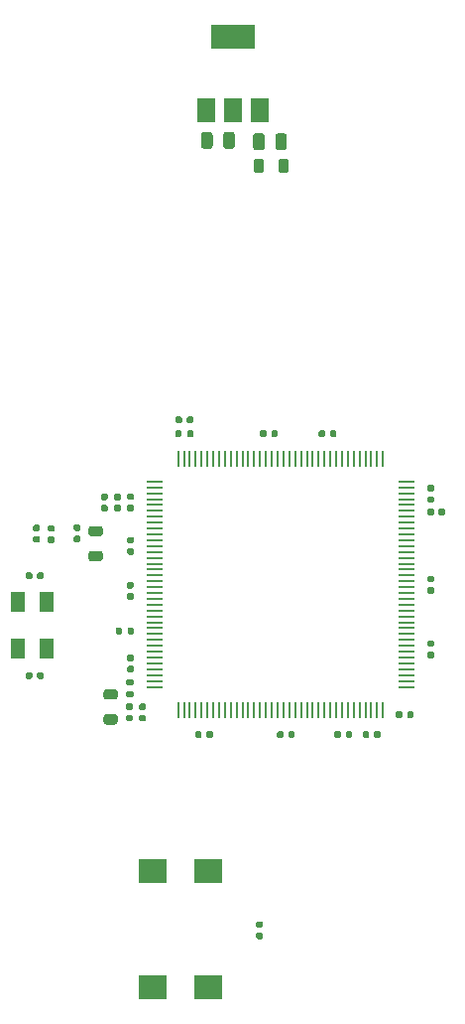
<source format=gbr>
%TF.GenerationSoftware,KiCad,Pcbnew,(5.1.10)-1*%
%TF.CreationDate,2021-11-07T19:26:15-08:00*%
%TF.ProjectId,stm32_pcb,73746d33-325f-4706-9362-2e6b69636164,rev?*%
%TF.SameCoordinates,Original*%
%TF.FileFunction,Paste,Top*%
%TF.FilePolarity,Positive*%
%FSLAX46Y46*%
G04 Gerber Fmt 4.6, Leading zero omitted, Abs format (unit mm)*
G04 Created by KiCad (PCBNEW (5.1.10)-1) date 2021-11-07 19:26:15*
%MOMM*%
%LPD*%
G01*
G04 APERTURE LIST*
%ADD10R,2.362200X2.108200*%
%ADD11R,1.200000X1.800000*%
%ADD12R,1.500000X2.000000*%
%ADD13R,3.800000X2.000000*%
%ADD14R,0.228600X1.473200*%
%ADD15R,1.473200X0.228600*%
G04 APERTURE END LIST*
%TO.C,R1*%
G36*
G01*
X150400000Y-96535000D02*
X150400000Y-96905000D01*
G75*
G02*
X150265000Y-97040000I-135000J0D01*
G01*
X149995000Y-97040000D01*
G75*
G02*
X149860000Y-96905000I0J135000D01*
G01*
X149860000Y-96535000D01*
G75*
G02*
X149995000Y-96400000I135000J0D01*
G01*
X150265000Y-96400000D01*
G75*
G02*
X150400000Y-96535000I0J-135000D01*
G01*
G37*
G36*
G01*
X151420000Y-96535000D02*
X151420000Y-96905000D01*
G75*
G02*
X151285000Y-97040000I-135000J0D01*
G01*
X151015000Y-97040000D01*
G75*
G02*
X150880000Y-96905000I0J135000D01*
G01*
X150880000Y-96535000D01*
G75*
G02*
X151015000Y-96400000I135000J0D01*
G01*
X151285000Y-96400000D01*
G75*
G02*
X151420000Y-96535000I0J-135000D01*
G01*
G37*
%TD*%
D10*
%TO.C,SW2*%
X153000000Y-117190000D03*
X157750004Y-117190000D03*
X157750004Y-127090000D03*
X153000000Y-127090000D03*
%TD*%
D11*
%TO.C,Y1*%
X143928000Y-94250000D03*
X143928000Y-98250000D03*
X141528000Y-98250000D03*
X141528000Y-94250000D03*
%TD*%
%TO.C,C28*%
G36*
G01*
X144520000Y-88270000D02*
X144180000Y-88270000D01*
G75*
G02*
X144040000Y-88130000I0J140000D01*
G01*
X144040000Y-87850000D01*
G75*
G02*
X144180000Y-87710000I140000J0D01*
G01*
X144520000Y-87710000D01*
G75*
G02*
X144660000Y-87850000I0J-140000D01*
G01*
X144660000Y-88130000D01*
G75*
G02*
X144520000Y-88270000I-140000J0D01*
G01*
G37*
G36*
G01*
X144520000Y-89230000D02*
X144180000Y-89230000D01*
G75*
G02*
X144040000Y-89090000I0J140000D01*
G01*
X144040000Y-88810000D01*
G75*
G02*
X144180000Y-88670000I140000J0D01*
G01*
X144520000Y-88670000D01*
G75*
G02*
X144660000Y-88810000I0J-140000D01*
G01*
X144660000Y-89090000D01*
G75*
G02*
X144520000Y-89230000I-140000J0D01*
G01*
G37*
%TD*%
D12*
%TO.C,U2*%
X157570000Y-52330000D03*
X162170000Y-52330000D03*
X159870000Y-52330000D03*
D13*
X159870000Y-46030000D03*
%TD*%
D14*
%TO.C,U1*%
X155190000Y-82011200D03*
X155689999Y-82011200D03*
X156190000Y-82011200D03*
X156689999Y-82011200D03*
X157190001Y-82011200D03*
X157690000Y-82011200D03*
X158189999Y-82011200D03*
X158690000Y-82011200D03*
X159189999Y-82011200D03*
X159690001Y-82011200D03*
X160190000Y-82011200D03*
X160689999Y-82011200D03*
X161190000Y-82011200D03*
X161689999Y-82011200D03*
X162190001Y-82011200D03*
X162690000Y-82011200D03*
X163189999Y-82011200D03*
X163690000Y-82011200D03*
X164190000Y-82011200D03*
X164690001Y-82011200D03*
X165190000Y-82011200D03*
X165689999Y-82011200D03*
X166190001Y-82011200D03*
X166690000Y-82011200D03*
X167190001Y-82011200D03*
X167690000Y-82011200D03*
X168189999Y-82011200D03*
X168690001Y-82011200D03*
X169190000Y-82011200D03*
X169690001Y-82011200D03*
X170190000Y-82011200D03*
X170689999Y-82011200D03*
X171190001Y-82011200D03*
X171690000Y-82011200D03*
X172190001Y-82011200D03*
X172690000Y-82011200D03*
D15*
X174658800Y-83980000D03*
X174658800Y-84479999D03*
X174658800Y-84980000D03*
X174658800Y-85479999D03*
X174658800Y-85980001D03*
X174658800Y-86480000D03*
X174658800Y-86979999D03*
X174658800Y-87480000D03*
X174658800Y-87979999D03*
X174658800Y-88480001D03*
X174658800Y-88980000D03*
X174658800Y-89479999D03*
X174658800Y-89980000D03*
X174658800Y-90479999D03*
X174658800Y-90980001D03*
X174658800Y-91480000D03*
X174658800Y-91979999D03*
X174658800Y-92480000D03*
X174658800Y-92980000D03*
X174658800Y-93480001D03*
X174658800Y-93980000D03*
X174658800Y-94479999D03*
X174658800Y-94980001D03*
X174658800Y-95480000D03*
X174658800Y-95980001D03*
X174658800Y-96480000D03*
X174658800Y-96979999D03*
X174658800Y-97480001D03*
X174658800Y-97980000D03*
X174658800Y-98480001D03*
X174658800Y-98980000D03*
X174658800Y-99479999D03*
X174658800Y-99980001D03*
X174658800Y-100480000D03*
X174658800Y-100980001D03*
X174658800Y-101480000D03*
D14*
X172690000Y-103448800D03*
X172190001Y-103448800D03*
X171690000Y-103448800D03*
X171190001Y-103448800D03*
X170689999Y-103448800D03*
X170190000Y-103448800D03*
X169690001Y-103448800D03*
X169190000Y-103448800D03*
X168690001Y-103448800D03*
X168189999Y-103448800D03*
X167690000Y-103448800D03*
X167190001Y-103448800D03*
X166690000Y-103448800D03*
X166190001Y-103448800D03*
X165689999Y-103448800D03*
X165190000Y-103448800D03*
X164690001Y-103448800D03*
X164190000Y-103448800D03*
X163690000Y-103448800D03*
X163189999Y-103448800D03*
X162690000Y-103448800D03*
X162190001Y-103448800D03*
X161689999Y-103448800D03*
X161190000Y-103448800D03*
X160689999Y-103448800D03*
X160190000Y-103448800D03*
X159690001Y-103448800D03*
X159189999Y-103448800D03*
X158690000Y-103448800D03*
X158189999Y-103448800D03*
X157690000Y-103448800D03*
X157190001Y-103448800D03*
X156689999Y-103448800D03*
X156190000Y-103448800D03*
X155689999Y-103448800D03*
X155190000Y-103448800D03*
D15*
X153221200Y-101480000D03*
X153221200Y-100979999D03*
X153221200Y-100480000D03*
X153221200Y-99980001D03*
X153221200Y-99479999D03*
X153221200Y-98980000D03*
X153221200Y-98479999D03*
X153221200Y-97980000D03*
X153221200Y-97480001D03*
X153221200Y-96979999D03*
X153221200Y-96480000D03*
X153221200Y-95979999D03*
X153221200Y-95480000D03*
X153221200Y-94980001D03*
X153221200Y-94479999D03*
X153221200Y-93980000D03*
X153221200Y-93479998D03*
X153221200Y-92980000D03*
X153221200Y-92480000D03*
X153221200Y-91979999D03*
X153221200Y-91480000D03*
X153221200Y-90980001D03*
X153221200Y-90479999D03*
X153221200Y-89980000D03*
X153221200Y-89479999D03*
X153221200Y-88980000D03*
X153221200Y-88480001D03*
X153221200Y-87979999D03*
X153221200Y-87480000D03*
X153221200Y-86979999D03*
X153221200Y-86480000D03*
X153221200Y-85980001D03*
X153221200Y-85479999D03*
X153221200Y-84980000D03*
X153221200Y-84479999D03*
X153221200Y-83980000D03*
%TD*%
%TO.C,R3*%
G36*
G01*
X150895000Y-101840000D02*
X151265000Y-101840000D01*
G75*
G02*
X151400000Y-101975000I0J-135000D01*
G01*
X151400000Y-102245000D01*
G75*
G02*
X151265000Y-102380000I-135000J0D01*
G01*
X150895000Y-102380000D01*
G75*
G02*
X150760000Y-102245000I0J135000D01*
G01*
X150760000Y-101975000D01*
G75*
G02*
X150895000Y-101840000I135000J0D01*
G01*
G37*
G36*
G01*
X150895000Y-100820000D02*
X151265000Y-100820000D01*
G75*
G02*
X151400000Y-100955000I0J-135000D01*
G01*
X151400000Y-101225000D01*
G75*
G02*
X151265000Y-101360000I-135000J0D01*
G01*
X150895000Y-101360000D01*
G75*
G02*
X150760000Y-101225000I0J135000D01*
G01*
X150760000Y-100955000D01*
G75*
G02*
X150895000Y-100820000I135000J0D01*
G01*
G37*
%TD*%
%TO.C,R2*%
G36*
G01*
X155490000Y-79715000D02*
X155490000Y-80085000D01*
G75*
G02*
X155355000Y-80220000I-135000J0D01*
G01*
X155085000Y-80220000D01*
G75*
G02*
X154950000Y-80085000I0J135000D01*
G01*
X154950000Y-79715000D01*
G75*
G02*
X155085000Y-79580000I135000J0D01*
G01*
X155355000Y-79580000D01*
G75*
G02*
X155490000Y-79715000I0J-135000D01*
G01*
G37*
G36*
G01*
X156510000Y-79715000D02*
X156510000Y-80085000D01*
G75*
G02*
X156375000Y-80220000I-135000J0D01*
G01*
X156105000Y-80220000D01*
G75*
G02*
X155970000Y-80085000I0J135000D01*
G01*
X155970000Y-79715000D01*
G75*
G02*
X156105000Y-79580000I135000J0D01*
G01*
X156375000Y-79580000D01*
G75*
G02*
X156510000Y-79715000I0J-135000D01*
G01*
G37*
%TD*%
%TO.C,L1*%
G36*
G01*
X148531250Y-88652500D02*
X147768750Y-88652500D01*
G75*
G02*
X147550000Y-88433750I0J218750D01*
G01*
X147550000Y-87996250D01*
G75*
G02*
X147768750Y-87777500I218750J0D01*
G01*
X148531250Y-87777500D01*
G75*
G02*
X148750000Y-87996250I0J-218750D01*
G01*
X148750000Y-88433750D01*
G75*
G02*
X148531250Y-88652500I-218750J0D01*
G01*
G37*
G36*
G01*
X148531250Y-90777500D02*
X147768750Y-90777500D01*
G75*
G02*
X147550000Y-90558750I0J218750D01*
G01*
X147550000Y-90121250D01*
G75*
G02*
X147768750Y-89902500I218750J0D01*
G01*
X148531250Y-89902500D01*
G75*
G02*
X148750000Y-90121250I0J-218750D01*
G01*
X148750000Y-90558750D01*
G75*
G02*
X148531250Y-90777500I-218750J0D01*
G01*
G37*
%TD*%
%TO.C,FB2*%
G36*
G01*
X163762500Y-57441250D02*
X163762500Y-56678750D01*
G75*
G02*
X163981250Y-56460000I218750J0D01*
G01*
X164418750Y-56460000D01*
G75*
G02*
X164637500Y-56678750I0J-218750D01*
G01*
X164637500Y-57441250D01*
G75*
G02*
X164418750Y-57660000I-218750J0D01*
G01*
X163981250Y-57660000D01*
G75*
G02*
X163762500Y-57441250I0J218750D01*
G01*
G37*
G36*
G01*
X161637500Y-57441250D02*
X161637500Y-56678750D01*
G75*
G02*
X161856250Y-56460000I218750J0D01*
G01*
X162293750Y-56460000D01*
G75*
G02*
X162512500Y-56678750I0J-218750D01*
G01*
X162512500Y-57441250D01*
G75*
G02*
X162293750Y-57660000I-218750J0D01*
G01*
X161856250Y-57660000D01*
G75*
G02*
X161637500Y-57441250I0J218750D01*
G01*
G37*
%TD*%
%TO.C,FB1*%
G36*
G01*
X149048750Y-103825000D02*
X149811250Y-103825000D01*
G75*
G02*
X150030000Y-104043750I0J-218750D01*
G01*
X150030000Y-104481250D01*
G75*
G02*
X149811250Y-104700000I-218750J0D01*
G01*
X149048750Y-104700000D01*
G75*
G02*
X148830000Y-104481250I0J218750D01*
G01*
X148830000Y-104043750D01*
G75*
G02*
X149048750Y-103825000I218750J0D01*
G01*
G37*
G36*
G01*
X149048750Y-101700000D02*
X149811250Y-101700000D01*
G75*
G02*
X150030000Y-101918750I0J-218750D01*
G01*
X150030000Y-102356250D01*
G75*
G02*
X149811250Y-102575000I-218750J0D01*
G01*
X149048750Y-102575000D01*
G75*
G02*
X148830000Y-102356250I0J218750D01*
G01*
X148830000Y-101918750D01*
G75*
G02*
X149048750Y-101700000I218750J0D01*
G01*
G37*
%TD*%
%TO.C,C27*%
G36*
G01*
X146400000Y-88600000D02*
X146740000Y-88600000D01*
G75*
G02*
X146880000Y-88740000I0J-140000D01*
G01*
X146880000Y-89020000D01*
G75*
G02*
X146740000Y-89160000I-140000J0D01*
G01*
X146400000Y-89160000D01*
G75*
G02*
X146260000Y-89020000I0J140000D01*
G01*
X146260000Y-88740000D01*
G75*
G02*
X146400000Y-88600000I140000J0D01*
G01*
G37*
G36*
G01*
X146400000Y-87640000D02*
X146740000Y-87640000D01*
G75*
G02*
X146880000Y-87780000I0J-140000D01*
G01*
X146880000Y-88060000D01*
G75*
G02*
X146740000Y-88200000I-140000J0D01*
G01*
X146400000Y-88200000D01*
G75*
G02*
X146260000Y-88060000I0J140000D01*
G01*
X146260000Y-87780000D01*
G75*
G02*
X146400000Y-87640000I140000J0D01*
G01*
G37*
%TD*%
%TO.C,C26*%
G36*
G01*
X177430000Y-86750000D02*
X177430000Y-86410000D01*
G75*
G02*
X177570000Y-86270000I140000J0D01*
G01*
X177850000Y-86270000D01*
G75*
G02*
X177990000Y-86410000I0J-140000D01*
G01*
X177990000Y-86750000D01*
G75*
G02*
X177850000Y-86890000I-140000J0D01*
G01*
X177570000Y-86890000D01*
G75*
G02*
X177430000Y-86750000I0J140000D01*
G01*
G37*
G36*
G01*
X176470000Y-86750000D02*
X176470000Y-86410000D01*
G75*
G02*
X176610000Y-86270000I140000J0D01*
G01*
X176890000Y-86270000D01*
G75*
G02*
X177030000Y-86410000I0J-140000D01*
G01*
X177030000Y-86750000D01*
G75*
G02*
X176890000Y-86890000I-140000J0D01*
G01*
X176610000Y-86890000D01*
G75*
G02*
X176470000Y-86750000I0J140000D01*
G01*
G37*
%TD*%
%TO.C,C25*%
G36*
G01*
X150180000Y-85570000D02*
X149840000Y-85570000D01*
G75*
G02*
X149700000Y-85430000I0J140000D01*
G01*
X149700000Y-85150000D01*
G75*
G02*
X149840000Y-85010000I140000J0D01*
G01*
X150180000Y-85010000D01*
G75*
G02*
X150320000Y-85150000I0J-140000D01*
G01*
X150320000Y-85430000D01*
G75*
G02*
X150180000Y-85570000I-140000J0D01*
G01*
G37*
G36*
G01*
X150180000Y-86530000D02*
X149840000Y-86530000D01*
G75*
G02*
X149700000Y-86390000I0J140000D01*
G01*
X149700000Y-86110000D01*
G75*
G02*
X149840000Y-85970000I140000J0D01*
G01*
X150180000Y-85970000D01*
G75*
G02*
X150320000Y-86110000I0J-140000D01*
G01*
X150320000Y-86390000D01*
G75*
G02*
X150180000Y-86530000I-140000J0D01*
G01*
G37*
%TD*%
%TO.C,C24*%
G36*
G01*
X143270000Y-88230000D02*
X142930000Y-88230000D01*
G75*
G02*
X142790000Y-88090000I0J140000D01*
G01*
X142790000Y-87810000D01*
G75*
G02*
X142930000Y-87670000I140000J0D01*
G01*
X143270000Y-87670000D01*
G75*
G02*
X143410000Y-87810000I0J-140000D01*
G01*
X143410000Y-88090000D01*
G75*
G02*
X143270000Y-88230000I-140000J0D01*
G01*
G37*
G36*
G01*
X143270000Y-89190000D02*
X142930000Y-89190000D01*
G75*
G02*
X142790000Y-89050000I0J140000D01*
G01*
X142790000Y-88770000D01*
G75*
G02*
X142930000Y-88630000I140000J0D01*
G01*
X143270000Y-88630000D01*
G75*
G02*
X143410000Y-88770000I0J-140000D01*
G01*
X143410000Y-89050000D01*
G75*
G02*
X143270000Y-89190000I-140000J0D01*
G01*
G37*
%TD*%
%TO.C,C23*%
G36*
G01*
X169100000Y-105370000D02*
X169100000Y-105710000D01*
G75*
G02*
X168960000Y-105850000I-140000J0D01*
G01*
X168680000Y-105850000D01*
G75*
G02*
X168540000Y-105710000I0J140000D01*
G01*
X168540000Y-105370000D01*
G75*
G02*
X168680000Y-105230000I140000J0D01*
G01*
X168960000Y-105230000D01*
G75*
G02*
X169100000Y-105370000I0J-140000D01*
G01*
G37*
G36*
G01*
X170060000Y-105370000D02*
X170060000Y-105710000D01*
G75*
G02*
X169920000Y-105850000I-140000J0D01*
G01*
X169640000Y-105850000D01*
G75*
G02*
X169500000Y-105710000I0J140000D01*
G01*
X169500000Y-105370000D01*
G75*
G02*
X169640000Y-105230000I140000J0D01*
G01*
X169920000Y-105230000D01*
G75*
G02*
X170060000Y-105370000I0J-140000D01*
G01*
G37*
%TD*%
%TO.C,C22*%
G36*
G01*
X158150000Y-54425000D02*
X158150000Y-55375000D01*
G75*
G02*
X157900000Y-55625000I-250000J0D01*
G01*
X157400000Y-55625000D01*
G75*
G02*
X157150000Y-55375000I0J250000D01*
G01*
X157150000Y-54425000D01*
G75*
G02*
X157400000Y-54175000I250000J0D01*
G01*
X157900000Y-54175000D01*
G75*
G02*
X158150000Y-54425000I0J-250000D01*
G01*
G37*
G36*
G01*
X160050000Y-54425000D02*
X160050000Y-55375000D01*
G75*
G02*
X159800000Y-55625000I-250000J0D01*
G01*
X159300000Y-55625000D01*
G75*
G02*
X159050000Y-55375000I0J250000D01*
G01*
X159050000Y-54425000D01*
G75*
G02*
X159300000Y-54175000I250000J0D01*
G01*
X159800000Y-54175000D01*
G75*
G02*
X160050000Y-54425000I0J-250000D01*
G01*
G37*
%TD*%
%TO.C,C21*%
G36*
G01*
X162590000Y-54535000D02*
X162590000Y-55485000D01*
G75*
G02*
X162340000Y-55735000I-250000J0D01*
G01*
X161840000Y-55735000D01*
G75*
G02*
X161590000Y-55485000I0J250000D01*
G01*
X161590000Y-54535000D01*
G75*
G02*
X161840000Y-54285000I250000J0D01*
G01*
X162340000Y-54285000D01*
G75*
G02*
X162590000Y-54535000I0J-250000D01*
G01*
G37*
G36*
G01*
X164490000Y-54535000D02*
X164490000Y-55485000D01*
G75*
G02*
X164240000Y-55735000I-250000J0D01*
G01*
X163740000Y-55735000D01*
G75*
G02*
X163490000Y-55485000I0J250000D01*
G01*
X163490000Y-54535000D01*
G75*
G02*
X163740000Y-54285000I250000J0D01*
G01*
X164240000Y-54285000D01*
G75*
G02*
X164490000Y-54535000I0J-250000D01*
G01*
G37*
%TD*%
%TO.C,C20*%
G36*
G01*
X174740000Y-104040000D02*
X174740000Y-103700000D01*
G75*
G02*
X174880000Y-103560000I140000J0D01*
G01*
X175160000Y-103560000D01*
G75*
G02*
X175300000Y-103700000I0J-140000D01*
G01*
X175300000Y-104040000D01*
G75*
G02*
X175160000Y-104180000I-140000J0D01*
G01*
X174880000Y-104180000D01*
G75*
G02*
X174740000Y-104040000I0J140000D01*
G01*
G37*
G36*
G01*
X173780000Y-104040000D02*
X173780000Y-103700000D01*
G75*
G02*
X173920000Y-103560000I140000J0D01*
G01*
X174200000Y-103560000D01*
G75*
G02*
X174340000Y-103700000I0J-140000D01*
G01*
X174340000Y-104040000D01*
G75*
G02*
X174200000Y-104180000I-140000J0D01*
G01*
X173920000Y-104180000D01*
G75*
G02*
X173780000Y-104040000I0J140000D01*
G01*
G37*
%TD*%
%TO.C,C19*%
G36*
G01*
X149060000Y-85570000D02*
X148720000Y-85570000D01*
G75*
G02*
X148580000Y-85430000I0J140000D01*
G01*
X148580000Y-85150000D01*
G75*
G02*
X148720000Y-85010000I140000J0D01*
G01*
X149060000Y-85010000D01*
G75*
G02*
X149200000Y-85150000I0J-140000D01*
G01*
X149200000Y-85430000D01*
G75*
G02*
X149060000Y-85570000I-140000J0D01*
G01*
G37*
G36*
G01*
X149060000Y-86530000D02*
X148720000Y-86530000D01*
G75*
G02*
X148580000Y-86390000I0J140000D01*
G01*
X148580000Y-86110000D01*
G75*
G02*
X148720000Y-85970000I140000J0D01*
G01*
X149060000Y-85970000D01*
G75*
G02*
X149200000Y-86110000I0J-140000D01*
G01*
X149200000Y-86390000D01*
G75*
G02*
X149060000Y-86530000I-140000J0D01*
G01*
G37*
%TD*%
%TO.C,C18*%
G36*
G01*
X155930000Y-78900000D02*
X155930000Y-78560000D01*
G75*
G02*
X156070000Y-78420000I140000J0D01*
G01*
X156350000Y-78420000D01*
G75*
G02*
X156490000Y-78560000I0J-140000D01*
G01*
X156490000Y-78900000D01*
G75*
G02*
X156350000Y-79040000I-140000J0D01*
G01*
X156070000Y-79040000D01*
G75*
G02*
X155930000Y-78900000I0J140000D01*
G01*
G37*
G36*
G01*
X154970000Y-78900000D02*
X154970000Y-78560000D01*
G75*
G02*
X155110000Y-78420000I140000J0D01*
G01*
X155390000Y-78420000D01*
G75*
G02*
X155530000Y-78560000I0J-140000D01*
G01*
X155530000Y-78900000D01*
G75*
G02*
X155390000Y-79040000I-140000J0D01*
G01*
X155110000Y-79040000D01*
G75*
G02*
X154970000Y-78900000I0J140000D01*
G01*
G37*
%TD*%
%TO.C,C17*%
G36*
G01*
X161970000Y-122430000D02*
X162310000Y-122430000D01*
G75*
G02*
X162450000Y-122570000I0J-140000D01*
G01*
X162450000Y-122850000D01*
G75*
G02*
X162310000Y-122990000I-140000J0D01*
G01*
X161970000Y-122990000D01*
G75*
G02*
X161830000Y-122850000I0J140000D01*
G01*
X161830000Y-122570000D01*
G75*
G02*
X161970000Y-122430000I140000J0D01*
G01*
G37*
G36*
G01*
X161970000Y-121470000D02*
X162310000Y-121470000D01*
G75*
G02*
X162450000Y-121610000I0J-140000D01*
G01*
X162450000Y-121890000D01*
G75*
G02*
X162310000Y-122030000I-140000J0D01*
G01*
X161970000Y-122030000D01*
G75*
G02*
X161830000Y-121890000I0J140000D01*
G01*
X161830000Y-121610000D01*
G75*
G02*
X161970000Y-121470000I140000J0D01*
G01*
G37*
%TD*%
%TO.C,C16*%
G36*
G01*
X163140000Y-80080000D02*
X163140000Y-79740000D01*
G75*
G02*
X163280000Y-79600000I140000J0D01*
G01*
X163560000Y-79600000D01*
G75*
G02*
X163700000Y-79740000I0J-140000D01*
G01*
X163700000Y-80080000D01*
G75*
G02*
X163560000Y-80220000I-140000J0D01*
G01*
X163280000Y-80220000D01*
G75*
G02*
X163140000Y-80080000I0J140000D01*
G01*
G37*
G36*
G01*
X162180000Y-80080000D02*
X162180000Y-79740000D01*
G75*
G02*
X162320000Y-79600000I140000J0D01*
G01*
X162600000Y-79600000D01*
G75*
G02*
X162740000Y-79740000I0J-140000D01*
G01*
X162740000Y-80080000D01*
G75*
G02*
X162600000Y-80220000I-140000J0D01*
G01*
X162320000Y-80220000D01*
G75*
G02*
X162180000Y-80080000I0J140000D01*
G01*
G37*
%TD*%
%TO.C,C15*%
G36*
G01*
X168160000Y-80070000D02*
X168160000Y-79730000D01*
G75*
G02*
X168300000Y-79590000I140000J0D01*
G01*
X168580000Y-79590000D01*
G75*
G02*
X168720000Y-79730000I0J-140000D01*
G01*
X168720000Y-80070000D01*
G75*
G02*
X168580000Y-80210000I-140000J0D01*
G01*
X168300000Y-80210000D01*
G75*
G02*
X168160000Y-80070000I0J140000D01*
G01*
G37*
G36*
G01*
X167200000Y-80070000D02*
X167200000Y-79730000D01*
G75*
G02*
X167340000Y-79590000I140000J0D01*
G01*
X167620000Y-79590000D01*
G75*
G02*
X167760000Y-79730000I0J-140000D01*
G01*
X167760000Y-80070000D01*
G75*
G02*
X167620000Y-80210000I-140000J0D01*
G01*
X167340000Y-80210000D01*
G75*
G02*
X167200000Y-80070000I0J140000D01*
G01*
G37*
%TD*%
%TO.C,C14*%
G36*
G01*
X176600000Y-85250000D02*
X176940000Y-85250000D01*
G75*
G02*
X177080000Y-85390000I0J-140000D01*
G01*
X177080000Y-85670000D01*
G75*
G02*
X176940000Y-85810000I-140000J0D01*
G01*
X176600000Y-85810000D01*
G75*
G02*
X176460000Y-85670000I0J140000D01*
G01*
X176460000Y-85390000D01*
G75*
G02*
X176600000Y-85250000I140000J0D01*
G01*
G37*
G36*
G01*
X176600000Y-84290000D02*
X176940000Y-84290000D01*
G75*
G02*
X177080000Y-84430000I0J-140000D01*
G01*
X177080000Y-84710000D01*
G75*
G02*
X176940000Y-84850000I-140000J0D01*
G01*
X176600000Y-84850000D01*
G75*
G02*
X176460000Y-84710000I0J140000D01*
G01*
X176460000Y-84430000D01*
G75*
G02*
X176600000Y-84290000I140000J0D01*
G01*
G37*
%TD*%
%TO.C,C13*%
G36*
G01*
X176600000Y-92960000D02*
X176940000Y-92960000D01*
G75*
G02*
X177080000Y-93100000I0J-140000D01*
G01*
X177080000Y-93380000D01*
G75*
G02*
X176940000Y-93520000I-140000J0D01*
G01*
X176600000Y-93520000D01*
G75*
G02*
X176460000Y-93380000I0J140000D01*
G01*
X176460000Y-93100000D01*
G75*
G02*
X176600000Y-92960000I140000J0D01*
G01*
G37*
G36*
G01*
X176600000Y-92000000D02*
X176940000Y-92000000D01*
G75*
G02*
X177080000Y-92140000I0J-140000D01*
G01*
X177080000Y-92420000D01*
G75*
G02*
X176940000Y-92560000I-140000J0D01*
G01*
X176600000Y-92560000D01*
G75*
G02*
X176460000Y-92420000I0J140000D01*
G01*
X176460000Y-92140000D01*
G75*
G02*
X176600000Y-92000000I140000J0D01*
G01*
G37*
%TD*%
%TO.C,C12*%
G36*
G01*
X176940000Y-98070000D02*
X176600000Y-98070000D01*
G75*
G02*
X176460000Y-97930000I0J140000D01*
G01*
X176460000Y-97650000D01*
G75*
G02*
X176600000Y-97510000I140000J0D01*
G01*
X176940000Y-97510000D01*
G75*
G02*
X177080000Y-97650000I0J-140000D01*
G01*
X177080000Y-97930000D01*
G75*
G02*
X176940000Y-98070000I-140000J0D01*
G01*
G37*
G36*
G01*
X176940000Y-99030000D02*
X176600000Y-99030000D01*
G75*
G02*
X176460000Y-98890000I0J140000D01*
G01*
X176460000Y-98610000D01*
G75*
G02*
X176600000Y-98470000I140000J0D01*
G01*
X176940000Y-98470000D01*
G75*
G02*
X177080000Y-98610000I0J-140000D01*
G01*
X177080000Y-98890000D01*
G75*
G02*
X176940000Y-99030000I-140000J0D01*
G01*
G37*
%TD*%
%TO.C,C11*%
G36*
G01*
X171510000Y-105390000D02*
X171510000Y-105730000D01*
G75*
G02*
X171370000Y-105870000I-140000J0D01*
G01*
X171090000Y-105870000D01*
G75*
G02*
X170950000Y-105730000I0J140000D01*
G01*
X170950000Y-105390000D01*
G75*
G02*
X171090000Y-105250000I140000J0D01*
G01*
X171370000Y-105250000D01*
G75*
G02*
X171510000Y-105390000I0J-140000D01*
G01*
G37*
G36*
G01*
X172470000Y-105390000D02*
X172470000Y-105730000D01*
G75*
G02*
X172330000Y-105870000I-140000J0D01*
G01*
X172050000Y-105870000D01*
G75*
G02*
X171910000Y-105730000I0J140000D01*
G01*
X171910000Y-105390000D01*
G75*
G02*
X172050000Y-105250000I140000J0D01*
G01*
X172330000Y-105250000D01*
G75*
G02*
X172470000Y-105390000I0J-140000D01*
G01*
G37*
%TD*%
%TO.C,C10*%
G36*
G01*
X150860000Y-103870000D02*
X151200000Y-103870000D01*
G75*
G02*
X151340000Y-104010000I0J-140000D01*
G01*
X151340000Y-104290000D01*
G75*
G02*
X151200000Y-104430000I-140000J0D01*
G01*
X150860000Y-104430000D01*
G75*
G02*
X150720000Y-104290000I0J140000D01*
G01*
X150720000Y-104010000D01*
G75*
G02*
X150860000Y-103870000I140000J0D01*
G01*
G37*
G36*
G01*
X150860000Y-102910000D02*
X151200000Y-102910000D01*
G75*
G02*
X151340000Y-103050000I0J-140000D01*
G01*
X151340000Y-103330000D01*
G75*
G02*
X151200000Y-103470000I-140000J0D01*
G01*
X150860000Y-103470000D01*
G75*
G02*
X150720000Y-103330000I0J140000D01*
G01*
X150720000Y-103050000D01*
G75*
G02*
X150860000Y-102910000I140000J0D01*
G01*
G37*
%TD*%
%TO.C,C9*%
G36*
G01*
X164200000Y-105380000D02*
X164200000Y-105720000D01*
G75*
G02*
X164060000Y-105860000I-140000J0D01*
G01*
X163780000Y-105860000D01*
G75*
G02*
X163640000Y-105720000I0J140000D01*
G01*
X163640000Y-105380000D01*
G75*
G02*
X163780000Y-105240000I140000J0D01*
G01*
X164060000Y-105240000D01*
G75*
G02*
X164200000Y-105380000I0J-140000D01*
G01*
G37*
G36*
G01*
X165160000Y-105380000D02*
X165160000Y-105720000D01*
G75*
G02*
X165020000Y-105860000I-140000J0D01*
G01*
X164740000Y-105860000D01*
G75*
G02*
X164600000Y-105720000I0J140000D01*
G01*
X164600000Y-105380000D01*
G75*
G02*
X164740000Y-105240000I140000J0D01*
G01*
X165020000Y-105240000D01*
G75*
G02*
X165160000Y-105380000I0J-140000D01*
G01*
G37*
%TD*%
%TO.C,C8*%
G36*
G01*
X151980000Y-103870000D02*
X152320000Y-103870000D01*
G75*
G02*
X152460000Y-104010000I0J-140000D01*
G01*
X152460000Y-104290000D01*
G75*
G02*
X152320000Y-104430000I-140000J0D01*
G01*
X151980000Y-104430000D01*
G75*
G02*
X151840000Y-104290000I0J140000D01*
G01*
X151840000Y-104010000D01*
G75*
G02*
X151980000Y-103870000I140000J0D01*
G01*
G37*
G36*
G01*
X151980000Y-102910000D02*
X152320000Y-102910000D01*
G75*
G02*
X152460000Y-103050000I0J-140000D01*
G01*
X152460000Y-103330000D01*
G75*
G02*
X152320000Y-103470000I-140000J0D01*
G01*
X151980000Y-103470000D01*
G75*
G02*
X151840000Y-103330000I0J140000D01*
G01*
X151840000Y-103050000D01*
G75*
G02*
X151980000Y-102910000I140000J0D01*
G01*
G37*
%TD*%
%TO.C,C7*%
G36*
G01*
X157210000Y-105390000D02*
X157210000Y-105730000D01*
G75*
G02*
X157070000Y-105870000I-140000J0D01*
G01*
X156790000Y-105870000D01*
G75*
G02*
X156650000Y-105730000I0J140000D01*
G01*
X156650000Y-105390000D01*
G75*
G02*
X156790000Y-105250000I140000J0D01*
G01*
X157070000Y-105250000D01*
G75*
G02*
X157210000Y-105390000I0J-140000D01*
G01*
G37*
G36*
G01*
X158170000Y-105390000D02*
X158170000Y-105730000D01*
G75*
G02*
X158030000Y-105870000I-140000J0D01*
G01*
X157750000Y-105870000D01*
G75*
G02*
X157610000Y-105730000I0J140000D01*
G01*
X157610000Y-105390000D01*
G75*
G02*
X157750000Y-105250000I140000J0D01*
G01*
X158030000Y-105250000D01*
G75*
G02*
X158170000Y-105390000I0J-140000D01*
G01*
G37*
%TD*%
%TO.C,C6*%
G36*
G01*
X150960000Y-99690000D02*
X151300000Y-99690000D01*
G75*
G02*
X151440000Y-99830000I0J-140000D01*
G01*
X151440000Y-100110000D01*
G75*
G02*
X151300000Y-100250000I-140000J0D01*
G01*
X150960000Y-100250000D01*
G75*
G02*
X150820000Y-100110000I0J140000D01*
G01*
X150820000Y-99830000D01*
G75*
G02*
X150960000Y-99690000I140000J0D01*
G01*
G37*
G36*
G01*
X150960000Y-98730000D02*
X151300000Y-98730000D01*
G75*
G02*
X151440000Y-98870000I0J-140000D01*
G01*
X151440000Y-99150000D01*
G75*
G02*
X151300000Y-99290000I-140000J0D01*
G01*
X150960000Y-99290000D01*
G75*
G02*
X150820000Y-99150000I0J140000D01*
G01*
X150820000Y-98870000D01*
G75*
G02*
X150960000Y-98730000I140000J0D01*
G01*
G37*
%TD*%
%TO.C,C5*%
G36*
G01*
X151280000Y-93100000D02*
X150940000Y-93100000D01*
G75*
G02*
X150800000Y-92960000I0J140000D01*
G01*
X150800000Y-92680000D01*
G75*
G02*
X150940000Y-92540000I140000J0D01*
G01*
X151280000Y-92540000D01*
G75*
G02*
X151420000Y-92680000I0J-140000D01*
G01*
X151420000Y-92960000D01*
G75*
G02*
X151280000Y-93100000I-140000J0D01*
G01*
G37*
G36*
G01*
X151280000Y-94060000D02*
X150940000Y-94060000D01*
G75*
G02*
X150800000Y-93920000I0J140000D01*
G01*
X150800000Y-93640000D01*
G75*
G02*
X150940000Y-93500000I140000J0D01*
G01*
X151280000Y-93500000D01*
G75*
G02*
X151420000Y-93640000I0J-140000D01*
G01*
X151420000Y-93920000D01*
G75*
G02*
X151280000Y-94060000I-140000J0D01*
G01*
G37*
%TD*%
%TO.C,C4*%
G36*
G01*
X151300000Y-89260000D02*
X150960000Y-89260000D01*
G75*
G02*
X150820000Y-89120000I0J140000D01*
G01*
X150820000Y-88840000D01*
G75*
G02*
X150960000Y-88700000I140000J0D01*
G01*
X151300000Y-88700000D01*
G75*
G02*
X151440000Y-88840000I0J-140000D01*
G01*
X151440000Y-89120000D01*
G75*
G02*
X151300000Y-89260000I-140000J0D01*
G01*
G37*
G36*
G01*
X151300000Y-90220000D02*
X150960000Y-90220000D01*
G75*
G02*
X150820000Y-90080000I0J140000D01*
G01*
X150820000Y-89800000D01*
G75*
G02*
X150960000Y-89660000I140000J0D01*
G01*
X151300000Y-89660000D01*
G75*
G02*
X151440000Y-89800000I0J-140000D01*
G01*
X151440000Y-90080000D01*
G75*
G02*
X151300000Y-90220000I-140000J0D01*
G01*
G37*
%TD*%
%TO.C,C3*%
G36*
G01*
X142748000Y-100350000D02*
X142748000Y-100690000D01*
G75*
G02*
X142608000Y-100830000I-140000J0D01*
G01*
X142328000Y-100830000D01*
G75*
G02*
X142188000Y-100690000I0J140000D01*
G01*
X142188000Y-100350000D01*
G75*
G02*
X142328000Y-100210000I140000J0D01*
G01*
X142608000Y-100210000D01*
G75*
G02*
X142748000Y-100350000I0J-140000D01*
G01*
G37*
G36*
G01*
X143708000Y-100350000D02*
X143708000Y-100690000D01*
G75*
G02*
X143568000Y-100830000I-140000J0D01*
G01*
X143288000Y-100830000D01*
G75*
G02*
X143148000Y-100690000I0J140000D01*
G01*
X143148000Y-100350000D01*
G75*
G02*
X143288000Y-100210000I140000J0D01*
G01*
X143568000Y-100210000D01*
G75*
G02*
X143708000Y-100350000I0J-140000D01*
G01*
G37*
%TD*%
%TO.C,C2*%
G36*
G01*
X143148000Y-92180000D02*
X143148000Y-91840000D01*
G75*
G02*
X143288000Y-91700000I140000J0D01*
G01*
X143568000Y-91700000D01*
G75*
G02*
X143708000Y-91840000I0J-140000D01*
G01*
X143708000Y-92180000D01*
G75*
G02*
X143568000Y-92320000I-140000J0D01*
G01*
X143288000Y-92320000D01*
G75*
G02*
X143148000Y-92180000I0J140000D01*
G01*
G37*
G36*
G01*
X142188000Y-92180000D02*
X142188000Y-91840000D01*
G75*
G02*
X142328000Y-91700000I140000J0D01*
G01*
X142608000Y-91700000D01*
G75*
G02*
X142748000Y-91840000I0J-140000D01*
G01*
X142748000Y-92180000D01*
G75*
G02*
X142608000Y-92320000I-140000J0D01*
G01*
X142328000Y-92320000D01*
G75*
G02*
X142188000Y-92180000I0J140000D01*
G01*
G37*
%TD*%
%TO.C,C1*%
G36*
G01*
X151300000Y-85550000D02*
X150960000Y-85550000D01*
G75*
G02*
X150820000Y-85410000I0J140000D01*
G01*
X150820000Y-85130000D01*
G75*
G02*
X150960000Y-84990000I140000J0D01*
G01*
X151300000Y-84990000D01*
G75*
G02*
X151440000Y-85130000I0J-140000D01*
G01*
X151440000Y-85410000D01*
G75*
G02*
X151300000Y-85550000I-140000J0D01*
G01*
G37*
G36*
G01*
X151300000Y-86510000D02*
X150960000Y-86510000D01*
G75*
G02*
X150820000Y-86370000I0J140000D01*
G01*
X150820000Y-86090000D01*
G75*
G02*
X150960000Y-85950000I140000J0D01*
G01*
X151300000Y-85950000D01*
G75*
G02*
X151440000Y-86090000I0J-140000D01*
G01*
X151440000Y-86370000D01*
G75*
G02*
X151300000Y-86510000I-140000J0D01*
G01*
G37*
%TD*%
M02*

</source>
